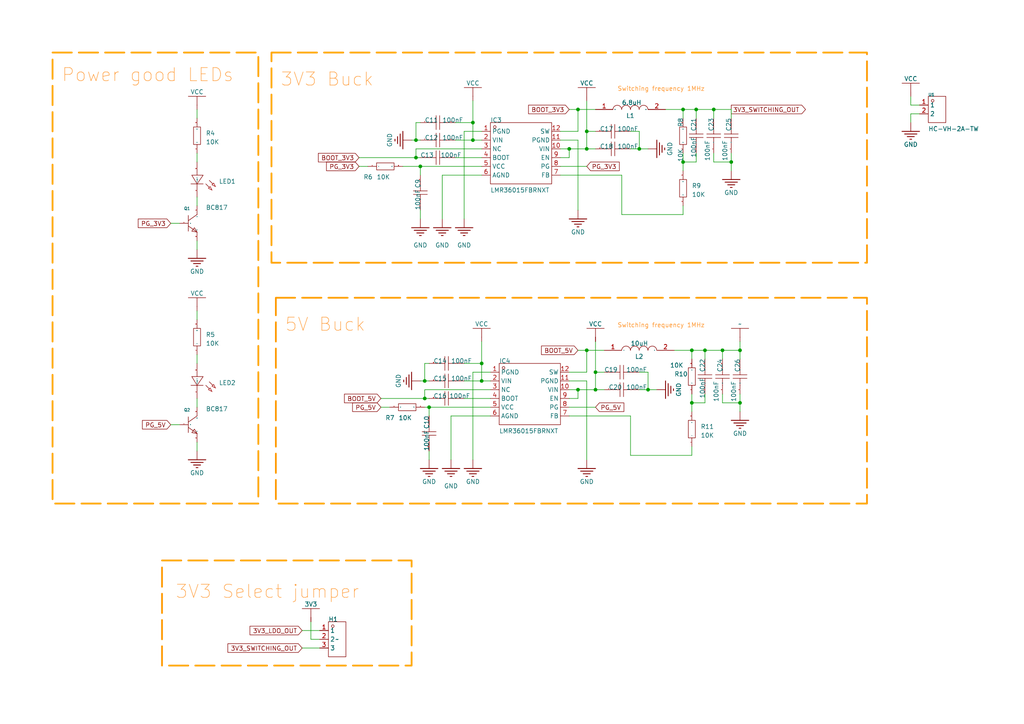
<source format=kicad_sch>
(kicad_sch (version 20231120) (generator "eeschema") (generator_version "8.0")
  (paper "A4")
  (lib_symbols
    (symbol "Ground-GND_1" (power) (pin_numbers hide) (pin_names hide)
      (property "Value" "GND" (at 0 -6.35 0))
      (symbol "Ground-GND_1_1_0"
        (polyline (pts (xy -2.54 -2.54) (xy 2.54 -2.54)) (stroke (width 0.254)))
        (polyline (pts (xy -1.778 -3.302) (xy 1.778 -3.302)) (stroke (width 0.254)))
        (polyline (pts (xy -1.016 -4.064) (xy 1.016 -4.064)) (stroke (width 0.254)))
        (polyline (pts (xy -0.254 -4.826) (xy 0.254 -4.826)) (stroke (width 0.254)))
        (pin power_in line (at 0 0 270) (length 2.54) (name "GND") (number "1"))
      )
    )
    (symbol "Ground-GND_2" (power) (pin_numbers hide) (pin_names hide)
      (property "Value" "GND" (at 0 -6.35 0))
      (symbol "Ground-GND_2_1_0"
        (polyline (pts (xy -2.54 -2.54) (xy 2.54 -2.54)) (stroke (width 0.254)))
        (polyline (pts (xy -1.778 -3.302) (xy 1.778 -3.302)) (stroke (width 0.254)))
        (polyline (pts (xy -1.016 -4.064) (xy 1.016 -4.064)) (stroke (width 0.254)))
        (polyline (pts (xy -0.254 -4.826) (xy 0.254 -4.826)) (stroke (width 0.254)))
        (pin power_in line (at 0 0 270) (length 2.54) (name "GND") (number "1"))
      )
    )
    (symbol "Ground-GND_3" (power) (pin_numbers hide) (pin_names hide)
      (property "Value" "GND" (at 0 -6.35 0))
      (symbol "Ground-GND_3_1_0"
        (polyline (pts (xy -2.54 -2.54) (xy 2.54 -2.54)) (stroke (width 0.254)))
        (polyline (pts (xy -1.778 -3.302) (xy 1.778 -3.302)) (stroke (width 0.254)))
        (polyline (pts (xy -1.016 -4.064) (xy 1.016 -4.064)) (stroke (width 0.254)))
        (polyline (pts (xy -0.254 -4.826) (xy 0.254 -4.826)) (stroke (width 0.254)))
        (pin power_in line (at 0 0 270) (length 2.54) (name "GND") (number "1"))
      )
    )
    (symbol "Ground-GND_4" (power) (pin_numbers hide) (pin_names hide)
      (property "Value" "GND" (at 0 -6.35 0))
      (symbol "Ground-GND_4_1_0"
        (polyline (pts (xy -2.54 -2.54) (xy 2.54 -2.54)) (stroke (width 0.254)))
        (polyline (pts (xy -1.778 -3.302) (xy 1.778 -3.302)) (stroke (width 0.254)))
        (polyline (pts (xy -1.016 -4.064) (xy 1.016 -4.064)) (stroke (width 0.254)))
        (polyline (pts (xy -0.254 -4.826) (xy 0.254 -4.826)) (stroke (width 0.254)))
        (pin power_in line (at 0 0 270) (length 2.54) (name "GND") (number "1"))
      )
    )
    (symbol "Power-VCC_1" (power) (pin_numbers hide) (pin_names hide)
      (property "Value" "VCC" (at 0 5.08 0))
      (symbol "Power-VCC_1_1_0"
        (polyline (pts (xy -2.54 3.81) (xy 2.54 3.81)))
        (polyline (pts (xy 0 3.81) (xy 0 1.27)))
        (pin power_in line (at 0 0 90) (length 1.27) (name "3V3") (number "1"))
      )
    )
    (symbol "Robot druh-easyedapro:BC817_C466643"
      (property "Reference" "Q" (at 0 0 0))
      (symbol "BC817_C466643_1_0"
        (polyline (pts (xy -2.54 -0.762) (xy 0 -2.54)))
        (polyline (pts (xy -2.54 2.286) (xy -2.54 -2.286)))
        (polyline (pts (xy 0 2.54) (xy -2.54 0.762)))
        (polyline (pts (xy 0 -2.54) (xy -0.762 -1.27) (xy -0.762 -1.27) (xy -1.524 -2.286) (xy -1.524 -2.286) (xy 0 -2.54)))
        (pin input line (at -5.08 0 0) (length 2.54) (name "B") (number "1"))
        (pin input line (at 0 -5.08 90) (length 2.54) (name "E") (number "2"))
        (pin input line (at 0 5.08 270) (length 2.54) (name "C") (number "3"))
      )
    )
    (symbol "Robot druh-easyedapro:CAP"
      (symbol "CAP_1_0"
        (polyline (pts (xy -2.54 0) (xy -0.508 0)))
        (polyline (pts (xy -0.508 -2.032) (xy -0.508 2.032)))
        (polyline (pts (xy 0.508 0) (xy 2.54 0)))
        (polyline (pts (xy 0.508 2.032) (xy 0.508 -2.032)))
        (pin input line (at 5.08 0 180) (length 2.54) (name "1") (number "1"))
        (pin input line (at -5.08 0 0) (length 2.54) (name "2") (number "2"))
      )
    )
    (symbol "Robot druh-easyedapro:Ground-GND" (power) (pin_numbers hide) (pin_names hide)
      (property "Value" "GND" (at 0 -6.35 0))
      (symbol "Ground-GND_1_0"
        (polyline (pts (xy -2.54 -2.54) (xy 2.54 -2.54)) (stroke (width 0.254)))
        (polyline (pts (xy -1.778 -3.302) (xy 1.778 -3.302)) (stroke (width 0.254)))
        (polyline (pts (xy -1.016 -4.064) (xy 1.016 -4.064)) (stroke (width 0.254)))
        (polyline (pts (xy -0.254 -4.826) (xy 0.254 -4.826)) (stroke (width 0.254)))
        (pin power_in line (at 0 0 270) (length 2.54) (name "") (number "1"))
      )
    )
    (symbol "Robot druh-easyedapro:HC-VH-2A-TW"
      (property "Reference" "U" (at 0 0 0))
      (symbol "HC-VH-2A-TW_1_0"
        (rectangle (start -2.54 -3.81) (end 2.54 3.81))
        (circle (center -1.27 2.54) (radius 0.381))
        (pin input line (at -5.08 1.27 0) (length 2.54) (name "1") (number "1"))
        (pin input line (at -5.08 -1.27 0) (length 2.54) (name "2") (number "2"))
      )
    )
    (symbol "Robot druh-easyedapro:IHLP2020BZER6R8M01_"
      (symbol "IHLP2020BZER6R8M01__1_0"
        (arc (start 7.5946 0) (mid 6.3246 1.2193) (end 5.0546 0))
        (arc (start 10.1346 0) (mid 8.8646 1.2193) (end 7.5946 0))
        (arc (start 12.6746 0) (mid 11.4045 1.2194) (end 10.1346 0))
        (arc (start 15.2146 0) (mid 13.9446 1.2193) (end 12.6746 0))
        (pin bidirectional line (at 0 0 0) (length 5.0546) (name "1") (number "1"))
        (pin bidirectional line (at 20.2946 0 180) (length 5.0546) (name "2") (number "2"))
      )
    )
    (symbol "Robot druh-easyedapro:LED_G"
      (symbol "LED_G_1_0"
        (polyline (pts (xy 0.254 3.556) (xy 1.27 4.572)))
        (polyline (pts (xy 1.27 -1.778) (xy 1.27 1.778)))
        (polyline (pts (xy 1.27 2.54) (xy 2.286 3.556)))
        (polyline (pts (xy -1.27 -1.524) (xy 1.27 0) (xy -1.27 1.778) (xy -1.27 -1.524)))
        (polyline (pts (xy 2.032 5.334) (xy 1.016 4.826) (xy 1.524 4.318) (xy 2.032 5.334)) (stroke (width 0) (color 160 0 0 1)))
        (polyline (pts (xy 3.048 4.318) (xy 2.032 3.81) (xy 2.54 3.302) (xy 3.048 4.318)) (stroke (width 0) (color 160 0 0 1)))
        (pin input line (at 5.08 0 180) (length 3.81) (name "C") (number "1"))
        (pin input line (at -5.08 0 0) (length 3.81) (name "A") (number "2"))
      )
    )
    (symbol "Robot druh-easyedapro:LMR36015FBRNXT"
      (property "Reference" "U" (at 0 0 0))
      (symbol "LMR36015FBRNXT_1_0"
        (rectangle (start -8.89 -8.89) (end 8.89 8.89))
        (circle (center -7.62 7.62) (radius 0.381))
        (pin unspecified line (at -11.43 6.35 0) (length 2.54) (name "PGND") (number "1"))
        (pin unspecified line (at 11.43 1.27 180) (length 2.54) (name "VIN") (number "10"))
        (pin unspecified line (at 11.43 3.81 180) (length 2.54) (name "PGND") (number "11"))
        (pin unspecified line (at 11.43 6.35 180) (length 2.54) (name "SW") (number "12"))
        (pin unspecified line (at -11.43 3.81 0) (length 2.54) (name "VIN") (number "2"))
        (pin unspecified line (at -11.43 1.27 0) (length 2.54) (name "NC") (number "3"))
        (pin unspecified line (at -11.43 -1.27 0) (length 2.54) (name "BOOT") (number "4"))
        (pin unspecified line (at -11.43 -3.81 0) (length 2.54) (name "VCC") (number "5"))
        (pin unspecified line (at -11.43 -6.35 0) (length 2.54) (name "AGND") (number "6"))
        (pin unspecified line (at 11.43 -6.35 180) (length 2.54) (name "FB") (number "7"))
        (pin unspecified line (at 11.43 -3.81 180) (length 2.54) (name "PG") (number "8"))
        (pin unspecified line (at 11.43 -1.27 180) (length 2.54) (name "EN") (number "9"))
      )
    )
    (symbol "Robot druh-easyedapro:PZ254V-11-03P_C2937625"
      (property "Reference" "H" (at 0 0 0))
      (symbol "PZ254V-11-03P_C2937625_1_0"
        (rectangle (start -2.54 -5.08) (end 2.54 5.08))
        (circle (center -1.27 3.81) (radius 0.381))
        (pin unspecified line (at -5.08 2.54 0) (length 2.54) (name "1") (number "1"))
        (pin unspecified line (at -5.08 0 0) (length 2.54) (name "2") (number "2"))
        (pin unspecified line (at -5.08 -2.54 0) (length 2.54) (name "3") (number "3"))
      )
    )
    (symbol "Robot druh-easyedapro:Power-5V" (power) (pin_numbers hide) (pin_names hide)
      (symbol "Power-5V_1_0"
        (polyline (pts (xy -2.54 3.81) (xy 2.54 3.81)))
        (polyline (pts (xy 0 3.81) (xy 0 1.27)))
        (pin power_in line (at 0 0 90) (length 1.27) (name "") (number "1"))
      )
    )
    (symbol "Robot druh-easyedapro:Power-VCC" (power) (pin_numbers hide) (pin_names hide)
      (property "Value" "VCC" (at 0 5.08 0))
      (symbol "Power-VCC_1_0"
        (polyline (pts (xy -2.54 3.81) (xy 2.54 3.81)))
        (polyline (pts (xy 0 3.81) (xy 0 1.27)))
        (pin power_in line (at 0 0 90) (length 1.27) (name "") (number "1"))
      )
    )
    (symbol "Robot druh-easyedapro:Res"
      (symbol "Res_1_0"
        (rectangle (start -2.54 1.016) (end 2.54 -1.016))
        (pin input line (at -5.08 0 0) (length 2.54) (name "1") (number "1"))
        (pin input line (at 5.08 0 180) (length 2.54) (name "2") (number "2"))
      )
    )
    (symbol "Robot druh-easyedapro:XAL7030-103MEC_"
      (symbol "XAL7030-103MEC__1_0"
        (arc (start 7.5946 0) (mid 6.3246 1.2193) (end 5.0546 0))
        (arc (start 10.1346 0) (mid 8.8646 1.2193) (end 7.5946 0))
        (arc (start 12.6746 0) (mid 11.4045 1.2194) (end 10.1346 0))
        (arc (start 15.2146 0) (mid 13.9446 1.2193) (end 12.6746 0))
        (pin bidirectional line (at 0 0 0) (length 5.0546) (name "1") (number "1"))
        (pin bidirectional line (at 20.2946 0 180) (length 5.0546) (name "2") (number "2"))
      )
    )
  )
  (junction (at 165.1 43.18))
  (junction (at 137.16 40.64))
  (junction (at 200.66 101.6))
  (junction (at 139.7 105.41))
  (junction (at 187.96 113.03))
  (junction (at 167.64 113.03))
  (junction (at 170.18 38.1))
  (junction (at 172.72 113.03))
  (junction (at 123.19 110.49))
  (junction (at 200.66 116.84))
  (junction (at 170.18 43.18))
  (junction (at 121.92 48.26))
  (junction (at 123.19 115.57))
  (junction (at 137.16 35.56))
  (junction (at 120.65 45.72))
  (junction (at 198.12 31.75))
  (junction (at 201.93 31.75))
  (junction (at 170.18 101.6))
  (junction (at 204.47 101.6))
  (junction (at 185.42 43.18))
  (junction (at 214.63 116.84))
  (junction (at 172.72 107.95))
  (junction (at 167.64 31.75))
  (junction (at 209.55 101.6))
  (junction (at 139.7 110.49))
  (junction (at 198.12 46.99))
  (junction (at 207.01 31.75))
  (junction (at 212.09 46.99))
  (junction (at 214.63 101.6))
  (junction (at 120.65 40.64))
  (junction (at 124.46 118.11))
  (wire (pts (xy 90.17 180.34) (xy 90.17 185.42)))
  (wire (pts (xy 123.19 105.41) (xy 123.19 110.49)))
  (wire (pts (xy 266.7 33.02) (xy 264.16 33.02)))
  (wire (pts (xy 165.1 43.18) (xy 165.1 45.72)))
  (wire (pts (xy 204.47 104.14) (xy 204.47 101.6)))
  (wire (pts (xy 170.18 38.1) (xy 170.18 29.21)))
  (wire (pts (xy 200.66 119.38) (xy 200.66 116.84)))
  (wire (pts (xy 170.18 101.6) (xy 175.26 101.6)))
  (wire (pts (xy 172.72 107.95) (xy 172.72 113.03)))
  (wire (pts (xy 167.64 113.03) (xy 172.72 113.03)))
  (wire (pts (xy 124.46 118.11) (xy 124.46 120.65)))
  (wire (pts (xy 130.81 120.65) (xy 130.81 133.35)))
  (wire (pts (xy 123.19 110.49) (xy 124.46 110.49)))
  (wire (pts (xy 204.47 116.84) (xy 204.47 114.3)))
  (wire (pts (xy 57.15 72.39) (xy 57.15 69.85)))
  (wire (pts (xy 49.53 123.19) (xy 52.07 123.19)))
  (wire (pts (xy 57.15 44.45) (xy 57.15 46.99)))
  (wire (pts (xy 167.64 31.75) (xy 165.1 31.75)))
  (wire (pts (xy 185.42 38.1) (xy 185.42 43.18)))
  (wire (pts (xy 200.66 114.3) (xy 200.66 116.84)))
  (wire (pts (xy 162.56 43.18) (xy 165.1 43.18)))
  (wire (pts (xy 201.93 31.75) (xy 207.01 31.75)))
  (wire (pts (xy 162.56 40.64) (xy 167.64 40.64)))
  (wire (pts (xy 167.64 31.75) (xy 167.64 38.1)))
  (wire (pts (xy 120.65 43.18) (xy 139.7 43.18)))
  (wire (pts (xy 120.65 45.72) (xy 121.92 45.72)))
  (wire (pts (xy 180.34 50.8) (xy 180.34 62.23)))
  (wire (pts (xy 139.7 105.41) (xy 139.7 110.49)))
  (wire (pts (xy 110.49 118.11) (xy 113.03 118.11)))
  (wire (pts (xy 123.19 115.57) (xy 124.46 115.57)))
  (wire (pts (xy 134.62 115.57) (xy 142.24 115.57)))
  (wire (pts (xy 121.92 48.26) (xy 139.7 48.26)))
  (wire (pts (xy 92.71 187.96) (xy 87.63 187.96)))
  (wire (pts (xy 200.66 104.14) (xy 200.66 101.6)))
  (wire (pts (xy 209.55 114.3) (xy 209.55 116.84)))
  (wire (pts (xy 123.19 115.57) (xy 123.19 113.03)))
  (wire (pts (xy 214.63 116.84) (xy 214.63 114.3)))
  (wire (pts (xy 170.18 110.49) (xy 165.1 110.49)))
  (wire (pts (xy 187.96 113.03) (xy 190.5 113.03)))
  (wire (pts (xy 207.01 34.29) (xy 207.01 31.75)))
  (wire (pts (xy 134.62 38.1) (xy 139.7 38.1)))
  (wire (pts (xy 200.66 132.08) (xy 200.66 129.54)))
  (wire (pts (xy 165.1 43.18) (xy 170.18 43.18)))
  (wire (pts (xy 124.46 130.81) (xy 124.46 133.35)))
  (wire (pts (xy 187.96 107.95) (xy 185.42 107.95)))
  (wire (pts (xy 90.17 185.42) (xy 92.71 185.42)))
  (wire (pts (xy 201.93 46.99) (xy 201.93 44.45)))
  (wire (pts (xy 198.12 59.69) (xy 198.12 62.23)))
  (wire (pts (xy 167.64 101.6) (xy 170.18 101.6)))
  (wire (pts (xy 142.24 107.95) (xy 137.16 107.95)))
  (wire (pts (xy 198.12 34.29) (xy 198.12 31.75)))
  (wire (pts (xy 120.65 35.56) (xy 121.92 35.56)))
  (wire (pts (xy 121.92 50.8) (xy 121.92 48.26)))
  (wire (pts (xy 124.46 118.11) (xy 123.19 118.11)))
  (wire (pts (xy 57.15 118.11) (xy 57.15 115.57)))
  (wire (pts (xy 170.18 38.1) (xy 172.72 38.1)))
  (wire (pts (xy 200.66 116.84) (xy 204.47 116.84)))
  (wire (pts (xy 165.1 45.72) (xy 162.56 45.72)))
  (wire (pts (xy 167.64 60.96) (xy 167.64 40.64)))
  (wire (pts (xy 132.08 35.56) (xy 137.16 35.56)))
  (wire (pts (xy 165.1 120.65) (xy 182.88 120.65)))
  (wire (pts (xy 175.26 113.03) (xy 172.72 113.03)))
  (wire (pts (xy 52.07 64.77) (xy 49.53 64.77)))
  (wire (pts (xy 162.56 48.26) (xy 170.18 48.26)))
  (wire (pts (xy 200.66 101.6) (xy 204.47 101.6)))
  (wire (pts (xy 120.65 40.64) (xy 120.65 35.56)))
  (wire (pts (xy 180.34 50.8) (xy 162.56 50.8)))
  (wire (pts (xy 132.08 40.64) (xy 137.16 40.64)))
  (wire (pts (xy 214.63 119.38) (xy 214.63 116.84)))
  (wire (pts (xy 128.27 50.8) (xy 139.7 50.8)))
  (wire (pts (xy 137.16 40.64) (xy 139.7 40.64)))
  (wire (pts (xy 170.18 101.6) (xy 170.18 107.95)))
  (wire (pts (xy 198.12 49.53) (xy 198.12 46.99)))
  (wire (pts (xy 142.24 118.11) (xy 124.46 118.11)))
  (wire (pts (xy 212.09 46.99) (xy 207.01 46.99)))
  (wire (pts (xy 165.1 107.95) (xy 170.18 107.95)))
  (wire (pts (xy 167.64 31.75) (xy 172.72 31.75)))
  (wire (pts (xy 92.71 182.88) (xy 87.63 182.88)))
  (wire (pts (xy 57.15 59.69) (xy 57.15 57.15)))
  (wire (pts (xy 182.88 43.18) (xy 185.42 43.18)))
  (wire (pts (xy 209.55 104.14) (xy 209.55 101.6)))
  (wire (pts (xy 104.14 45.72) (xy 120.65 45.72)))
  (wire (pts (xy 134.62 38.1) (xy 134.62 63.5)))
  (wire (pts (xy 165.1 118.11) (xy 172.72 118.11)))
  (wire (pts (xy 116.84 48.26) (xy 121.92 48.26)))
  (wire (pts (xy 214.63 104.14) (xy 214.63 101.6)))
  (wire (pts (xy 123.19 113.03) (xy 142.24 113.03)))
  (wire (pts (xy 170.18 110.49) (xy 170.18 133.35)))
  (wire (pts (xy 165.1 113.03) (xy 167.64 113.03)))
  (wire (pts (xy 124.46 105.41) (xy 123.19 105.41)))
  (wire (pts (xy 137.16 107.95) (xy 137.16 133.35)))
  (wire (pts (xy 139.7 110.49) (xy 142.24 110.49)))
  (wire (pts (xy 209.55 101.6) (xy 214.63 101.6)))
  (wire (pts (xy 212.09 34.29) (xy 212.09 31.75)))
  (wire (pts (xy 170.18 43.18) (xy 170.18 38.1)))
  (wire (pts (xy 172.72 107.95) (xy 172.72 99.06)))
  (wire (pts (xy 57.15 34.29) (xy 57.15 31.75)))
  (wire (pts (xy 207.01 31.75) (xy 212.09 31.75)))
  (wire (pts (xy 167.64 115.57) (xy 165.1 115.57)))
  (wire (pts (xy 120.65 40.64) (xy 121.92 40.64)))
  (wire (pts (xy 204.47 101.6) (xy 209.55 101.6)))
  (wire (pts (xy 182.88 38.1) (xy 185.42 38.1)))
  (wire (pts (xy 193.04 31.75) (xy 198.12 31.75)))
  (wire (pts (xy 180.34 62.23) (xy 198.12 62.23)))
  (wire (pts (xy 134.62 105.41) (xy 139.7 105.41)))
  (wire (pts (xy 170.18 43.18) (xy 172.72 43.18)))
  (wire (pts (xy 57.15 130.81) (xy 57.15 128.27)))
  (wire (pts (xy 57.15 92.71) (xy 57.15 90.17)))
  (wire (pts (xy 137.16 35.56) (xy 137.16 40.64)))
  (wire (pts (xy 167.64 113.03) (xy 167.64 115.57)))
  (wire (pts (xy 167.64 38.1) (xy 162.56 38.1)))
  (wire (pts (xy 187.96 113.03) (xy 187.96 107.95)))
  (wire (pts (xy 134.62 110.49) (xy 139.7 110.49)))
  (wire (pts (xy 137.16 29.21) (xy 137.16 35.56)))
  (wire (pts (xy 214.63 101.6) (xy 214.63 99.06)))
  (wire (pts (xy 139.7 99.06) (xy 139.7 105.41)))
  (wire (pts (xy 182.88 120.65) (xy 182.88 132.08)))
  (wire (pts (xy 130.81 120.65) (xy 142.24 120.65)))
  (wire (pts (xy 110.49 115.57) (xy 123.19 115.57)))
  (wire (pts (xy 120.65 45.72) (xy 120.65 43.18)))
  (wire (pts (xy 182.88 132.08) (xy 200.66 132.08)))
  (wire (pts (xy 104.14 48.26) (xy 106.68 48.26)))
  (wire (pts (xy 121.92 60.96) (xy 121.92 63.5)))
  (wire (pts (xy 195.58 101.6) (xy 200.66 101.6)))
  (wire (pts (xy 128.27 50.8) (xy 128.27 63.5)))
  (wire (pts (xy 212.09 44.45) (xy 212.09 46.99)))
  (wire (pts (xy 212.09 49.53) (xy 212.09 46.99)))
  (wire (pts (xy 175.26 107.95) (xy 172.72 107.95)))
  (wire (pts (xy 266.7 30.48) (xy 264.16 30.48)))
  (wire (pts (xy 119.38 40.64) (xy 120.65 40.64)))
  (wire (pts (xy 187.96 43.18) (xy 185.42 43.18)))
  (wire (pts (xy 57.15 105.41) (xy 57.15 102.87)))
  (wire (pts (xy 207.01 46.99) (xy 207.01 44.45)))
  (wire (pts (xy 198.12 46.99) (xy 198.12 44.45)))
  (wire (pts (xy 185.42 113.03) (xy 187.96 113.03)))
  (wire (pts (xy 201.93 34.29) (xy 201.93 31.75)))
  (wire (pts (xy 132.08 45.72) (xy 139.7 45.72)))
  (wire (pts (xy 264.16 33.02) (xy 264.16 35.56)))
  (wire (pts (xy 264.16 30.48) (xy 264.16 27.94)))
  (wire (pts (xy 198.12 31.75) (xy 201.93 31.75)))
  (wire (pts (xy 209.55 116.84) (xy 214.63 116.84)))
  (wire (pts (xy 198.12 46.99) (xy 201.93 46.99)))
  (wire (pts (xy 123.19 110.49) (xy 121.92 110.49)))
  (rectangle (start 15.24 15.24) (end 74.93 146.05) (stroke (width 0.508) (type dash) (color 255 153 0 1)))
  (rectangle (start 78.74 15.24) (end 251.46 76.2) (stroke (width 0.508) (type dash) (color 255 153 0 1)))
  (rectangle (start 46.99 162.56) (end 119.38 193.04) (stroke (width 0.508) (type dash) (color 255 153 0 1)))
  (rectangle (start 80.01 86.36) (end 251.46 146.05) (stroke (width 0.508) (type dash) (color 255 153 0 1)))
  (text "3V3 Select jumper" (at 50.8 173.99 0) (effects (font (size 3.81 3.81)) (justify left bottom)))
  (text "3V3 Buck" (at 81.28 25.4 0) (effects (font (size 3.81 3.81)) (justify left bottom)))
  (text "Switching frequency 1MHz" (at 179.07 95.25 0) (effects (font (size 1.27 1.27)) (justify left bottom)))
  (text "5V Buck" (at 82.55 96.52 0) (effects (font (size 3.81 3.81)) (justify left bottom)))
  (text "Switching frequency 1MHz" (at 179.07 26.67 0) (effects (font (size 1.27 1.27)) (justify left bottom)))
  (text "Power good LEDs" (at 17.78 24.13 0) (effects (font (size 3.81 3.81)) (justify left bottom)))
  (global_label "3V3_SWITCHING_OUT" (shape input) (at 87.63 187.96 180) (property "Intersheetrefs" "${INTERSHEET_REFS}" (effects (hide yes))))
  (global_label "BOOT_3V3" (shape input) (at 104.14 45.72 180) (property "Intersheetrefs" "${INTERSHEET_REFS}" (effects (hide yes))))
  (global_label "PG_3V3" (shape input) (at 170.18 48.26 0) (property "Intersheetrefs" "${INTERSHEET_REFS}" (effects (hide yes))))
  (global_label "3V3_SWITCHING_OUT" (shape output) (at 212.09 31.75 0) (property "Intersheetrefs" "${INTERSHEET_REFS}" (effects (hide yes))))
  (global_label "PG_3V3" (shape input) (at 104.14 48.26 180) (property "Intersheetrefs" "${INTERSHEET_REFS}" (effects (hide yes))))
  (global_label "PG_5V" (shape input) (at 172.72 118.11 0) (property "Intersheetrefs" "${INTERSHEET_REFS}" (effects (hide yes))))
  (global_label "BOOT_5V" (shape input) (at 167.64 101.6 180) (property "Intersheetrefs" "${INTERSHEET_REFS}" (effects (hide yes))))
  (global_label "BOOT_5V" (shape input) (at 110.49 115.57 180) (property "Intersheetrefs" "${INTERSHEET_REFS}" (effects (hide yes))))
  (global_label "BOOT_3V3" (shape input) (at 165.1 31.75 180) (property "Intersheetrefs" "${INTERSHEET_REFS}" (effects (hide yes))))
  (global_label "PG_5V" (shape input) (at 110.49 118.11 180) (property "Intersheetrefs" "${INTERSHEET_REFS}" (effects (hide yes))))
  (global_label "PG_5V" (shape input) (at 49.53 123.19 180) (property "Intersheetrefs" "${INTERSHEET_REFS}" (effects (hide yes))))
  (global_label "3V3_LDO_OUT" (shape input) (at 87.63 182.88 180) (property "Intersheetrefs" "${INTERSHEET_REFS}" (effects (hide yes))))
  (global_label "PG_3V3" (shape input) (at 49.53 64.77 180) (property "Intersheetrefs" "${INTERSHEET_REFS}" (effects (hide yes))))
  (symbol (lib_id "Robot druh-easyedapro:CAP") (at 129.54 115.57 0) (unit 1)
    (property "Reference" "C16" (at 125.73 115.57 0) (effects (justify left bottom)))
    (property "Value" "100nF" (at 130.302 115.57 0) (effects (justify left bottom)))
    (property "Footprint" "Capacitor_SMD:C_0603_1608Metric" (effects (hide yes)))
  )
  (symbol (lib_id "Robot druh-easyedapro:Res") (at 200.66 109.22 90) (unit 1)
    (property "Reference" "R10" (at 195.58 109.22 90) (effects (justify right top)))
    (property "Value" "10K" (at 194.31 106.68 90) (effects (justify right top)))
    (property "Footprint" "Resistor_SMD:R_0603_1608Metric" (effects (hide yes)))
  )
  (symbol (lib_id "Robot druh-easyedapro:Ground-GND") (at 190.5 113.03 90) (unit 1)
    (property "Reference" "#PWR039" (effects (hide yes)))
    (property "Value" "GND" (at 196.85 113.03 0))
    (property "Footprint" "Robot druh-easyedapro:" (effects (hide yes)))
  )
  (symbol (lib_id "Robot druh-easyedapro:Res") (at 111.76 48.26 0) (unit 1)
    (property "Reference" "R6" (at 105.41 52.07 0) (effects (justify left bottom)))
    (property "Value" "10K" (at 109.22 52.07 0) (effects (justify left bottom)))
    (property "Footprint" "Resistor_SMD:R_0603_1608Metric" (effects (hide yes)))
  )
  (symbol (lib_name "Ground-GND_2") (lib_id "Robot druh-easyedapro:Ground-GND") (at 134.62 63.5 0) (unit 1)
    (property "Reference" "#PWR030" (effects (hide yes)))
    (property "Value" "GND" (at 134.62 71.12 0))
    (property "Footprint" "Robot druh-easyedapro:" (effects (hide yes)))
  )
  (symbol (lib_id "Robot druh-easyedapro:CAP") (at 207.01 39.37 90) (unit 1)
    (property "Reference" "C23" (at 207.01 38.1 0) (effects (justify left bottom)))
    (property "Value" "100nF" (at 204.47 40.64 0) (effects (justify right top)))
    (property "Footprint" "Capacitor_SMD:C_0603_1608Metric" (effects (hide yes)))
  )
  (symbol (lib_id "Robot druh-easyedapro:CAP") (at 214.63 109.22 90) (unit 1)
    (property "Reference" "C26" (at 214.63 107.95 0) (effects (justify left bottom)))
    (property "Value" "100nF" (at 212.09 110.49 0) (effects (justify right top)))
    (property "Footprint" "Capacitor_SMD:C_0603_1608Metric" (effects (hide yes)))
  )
  (symbol (lib_id "Robot druh-easyedapro:Ground-GND") (at 119.38 40.64 270) (unit 1)
    (property "Reference" "#PWR024" (effects (hide yes)))
    (property "Value" "GND" (at 113.03 40.64 0))
    (property "Footprint" "Robot druh-easyedapro:" (effects (hide yes)))
  )
  (symbol (lib_id "Robot druh-easyedapro:Res") (at 198.12 54.61 90) (unit 1)
    (property "Reference" "R9" (at 200.66 54.61 90) (effects (justify right top)))
    (property "Value" "10K" (at 200.66 57.15 90) (effects (justify right top)))
    (property "Footprint" "Resistor_SMD:R_0603_1608Metric" (effects (hide yes)))
  )
  (symbol (lib_id "Robot druh-easyedapro:CAP") (at 212.09 39.37 90) (unit 1)
    (property "Reference" "C25" (at 212.09 38.1 0) (effects (justify left bottom)))
    (property "Value" "100nF" (at 209.55 40.64 0) (effects (justify right top)))
    (property "Footprint" "Capacitor_SMD:C_0603_1608Metric" (effects (hide yes)))
  )
  (symbol (lib_id "Robot druh-easyedapro:Power-VCC") (at 170.18 29.21 0) (unit 1)
    (property "Reference" "#PWR035" (effects (hide yes)))
    (property "Value" "VCC" (at 170.18 24.13 0))
    (property "Footprint" "Robot druh-easyedapro:" (effects (hide yes)))
  )
  (symbol (lib_id "Robot druh-easyedapro:Power-VCC") (at 264.16 27.94 0) (unit 1)
    (property "Reference" "#PWR043" (effects (hide yes)))
    (property "Value" "VCC" (at 264.16 22.86 0))
    (property "Footprint" "Robot druh-easyedapro:" (effects (hide yes)))
  )
  (symbol (lib_id "Robot druh-easyedapro:Power-5V") (at 214.63 99.06 0) (unit 1)
    (property "Reference" "#PWR041" (effects (hide yes)))
    (property "Value" "~" (at 214.63 93.98 0))
    (property "Footprint" "Robot druh-easyedapro:" (effects (hide yes)))
    (property "Description" "Power-5V" (effects (hide yes)))
  )
  (symbol (lib_id "Robot druh-easyedapro:Ground-GND") (at 121.92 110.49 270) (unit 1)
    (property "Reference" "#PWR026" (effects (hide yes)))
    (property "Value" "GND" (at 115.57 110.49 0))
    (property "Footprint" "Robot druh-easyedapro:" (effects (hide yes)))
  )
  (symbol (lib_id "Robot druh-easyedapro:CAP") (at 201.93 39.37 90) (unit 1)
    (property "Reference" "C21" (at 201.93 38.1 0) (effects (justify left bottom)))
    (property "Value" "100nF" (at 201.93 45.72 0) (effects (justify left bottom)))
    (property "Footprint" "Capacitor_SMD:C_0603_1608Metric" (effects (hide yes)))
  )
  (symbol (lib_id "Robot druh-easyedapro:Ground-GND") (at 137.16 133.35 0) (unit 1)
    (property "Reference" "#PWR032" (effects (hide yes)))
    (property "Value" "GND" (at 137.16 139.7 0))
    (property "Footprint" "Robot druh-easyedapro:" (effects (hide yes)))
  )
  (symbol (lib_id "Robot druh-easyedapro:LED_G") (at 57.15 110.49 270) (unit 1)
    (property "Reference" "LED2" (at 63.5 111.76 90) (effects (justify left bottom)))
    (property "Value" "~" (at 57.15 110.49 0))
    (property "Footprint" "easyEDA_footprints:LED0603-RD_GREEN" (effects (hide yes)))
  )
  (symbol (lib_id "Robot druh-easyedapro:Power-VCC") (at 137.16 29.21 0) (unit 1)
    (property "Reference" "#PWR031" (effects (hide yes)))
    (property "Value" "VCC" (at 137.16 24.13 0))
    (property "Footprint" "Robot druh-easyedapro:" (effects (hide yes)))
  )
  (symbol (lib_id "Robot druh-easyedapro:Res") (at 57.15 97.79 90) (unit 1)
    (property "Reference" "R5" (at 59.69 97.79 90) (effects (justify right top)))
    (property "Value" "10K" (at 59.69 100.33 90) (effects (justify right top)))
    (property "Footprint" "Resistor_SMD:R_0603_1608Metric" (effects (hide yes)))
  )
  (symbol (lib_id "Robot druh-easyedapro:LMR36015FBRNXT") (at 153.67 114.3 0) (unit 1)
    (property "Reference" "IC4" (at 144.78 105.41 0) (effects (justify left bottom)))
    (property "Value" "LMR36015FBRNXT" (at 144.78 125.73 0) (effects (justify left bottom)))
    (property "Footprint" "easyEDA_footprints:VQFN-12_L3.0-W2.0-P0.65-BL_TI_RNX" (effects (hide yes)))
    (property "Datasheet" "https://www.ti.com/cn/lit/gpn/lmr36015" (effects (hide yes)))
    (property "Manufacturer Part" "LMR36015FBRNXT" (effects (hide yes)))
    (property "Manufacturer" "TI(德州仪器)" (effects (hide yes)))
    (property "Supplier Part" "C2867810" (effects (hide yes)))
    (property "Supplier" "LCSC" (effects (hide yes)))
    (property "LCSC Part Name" "LMR36015FBRNXT" (effects (hide yes)))
  )
  (symbol (lib_id "Robot druh-easyedapro:Ground-GND") (at 170.18 133.35 0) (unit 1)
    (property "Reference" "#PWR036" (effects (hide yes)))
    (property "Value" "GND" (at 170.18 139.7 0))
    (property "Footprint" "Robot druh-easyedapro:" (effects (hide yes)))
  )
  (symbol (lib_id "Robot druh-easyedapro:Res") (at 198.12 39.37 90) (unit 1)
    (property "Reference" "R8" (at 198.12 36.83 0) (effects (justify left bottom)))
    (property "Value" "10K" (at 198.12 46.99 0) (effects (justify left bottom)))
    (property "Footprint" "Resistor_SMD:R_0603_1608Metric" (effects (hide yes)))
  )
  (symbol (lib_id "Robot druh-easyedapro:Power-VCC") (at 57.15 90.17 0) (unit 1)
    (property "Reference" "#PWR021" (effects (hide yes)))
    (property "Value" "VCC" (at 57.15 85.09 0))
    (property "Footprint" "Robot druh-easyedapro:" (effects (hide yes)))
  )
  (symbol (lib_id "Robot druh-easyedapro:CAP") (at 129.54 105.41 0) (unit 1)
    (property "Reference" "C14" (at 125.73 105.41 0) (effects (justify left bottom)))
    (property "Value" "100nF" (at 130.81 105.41 0) (effects (justify left bottom)))
    (property "Footprint" "Capacitor_SMD:C_0603_1608Metric" (effects (hide yes)))
  )
  (symbol (lib_id "Robot druh-easyedapro:CAP") (at 127 45.72 0) (unit 1)
    (property "Reference" "C13" (at 121.92 45.72 0) (effects (justify left bottom)))
    (property "Value" "100nF" (at 127.762 45.72 0) (effects (justify left bottom)))
    (property "Footprint" "Capacitor_SMD:C_0603_1608Metric" (effects (hide yes)))
  )
  (symbol (lib_id "Robot druh-easyedapro:Ground-GND") (at 264.16 35.56 0) (unit 1)
    (property "Reference" "#PWR044" (effects (hide yes)))
    (property "Value" "GND" (at 264.16 41.91 0))
    (property "Footprint" "Robot druh-easyedapro:" (effects (hide yes)))
  )
  (symbol (lib_id "Robot druh-easyedapro:HC-VH-2A-TW") (at 271.78 31.75 0) (unit 1)
    (property "Reference" "U1" (at 269.24 27.94 0) (effects (font (size 0.8382 0.8382)) (justify left bottom)))
    (property "Value" "HC-VH-2A-TW" (at 269.24 38.1 0) (effects (justify left bottom)))
    (property "Footprint" "easyEDA_footprints:CONN-TH_2P-P3.96_HC-VH-2A-TW" (effects (hide yes)))
    (property "Datasheet" "https://atta.szlcsc.com/upload/public/pdf/source/20231201/0B53AF99B5A9DF36C6904573D0FFA4CD.pdf" (effects (hide yes)))
    (property "Description" "Pins Structure:1x2P Pitch:3.96mm Mounting Style:Straight Reference Series:VH Number of Pins:2P Number of Rows:1 Number of PINs Per Row:2 Current Rating (Max):7A Contact Material:Brass Contact Plating:Tin Operating Temperature Range:-25°C~+85°C Operating Tem" (effects (hide yes)))
    (property "Manufacturer Part" "HC-VH-2A-TW" (effects (hide yes)))
    (property "Manufacturer" "HC(虹成电子)" (effects (hide yes)))
    (property "Supplier Part" "C19273812" (effects (hide yes)))
    (property "Supplier" "LCSC" (effects (hide yes)))
    (property "LCSC Part Name" "1x2P 间距:3.96mm 直插 系列:VH" (effects (hide yes)))
  )
  (symbol (lib_name "Ground-GND_1") (lib_id "Robot druh-easyedapro:Ground-GND") (at 121.92 63.5 0) (unit 1)
    (property "Reference" "#PWR025" (effects (hide yes)))
    (property "Value" "GND" (at 121.92 71.12 0))
    (property "Footprint" "Robot druh-easyedapro:" (effects (hide yes)))
  )
  (symbol (lib_id "Robot druh-easyedapro:Ground-GND") (at 214.63 119.38 0) (unit 1)
    (property "Reference" "#PWR042" (effects (hide yes)))
    (property "Value" "GND" (at 214.63 125.73 0))
    (property "Footprint" "Robot druh-easyedapro:" (effects (hide yes)))
  )
  (symbol (lib_id "Robot druh-easyedapro:CAP") (at 129.54 110.49 0) (unit 1)
    (property "Reference" "C15" (at 125.73 110.49 0) (effects (justify left bottom)))
    (property "Value" "100nF" (at 130.81 110.49 0) (effects (justify left bottom)))
    (property "Footprint" "Capacitor_SMD:C_0603_1608Metric" (effects (hide yes)))
  )
  (symbol (lib_id "Robot druh-easyedapro:BC817_C466643") (at 57.15 64.77 0) (unit 1)
    (property "Reference" "Q1" (at 53.34 60.96 0) (effects (font (size 0.8382 0.8382)) (justify left bottom)))
    (property "Value" "BC817" (at 59.69 60.9092 0) (effects (justify left bottom)))
    (property "Footprint" "easyEDA_footprints:SOT-23-3_L2.9-W1.4-P1.91-LS2.6-BR" (effects (hide yes)))
    (property "Datasheet" "https://atta.szlcsc.com/upload/public/pdf/source/20191203/C466643_48783E87EF98B3225D10B7DDEC5B406B.pdf" (effects (hide yes)))
    (property "Description" "Transistor Type: Collector Current (Ic): Collector-Emitter Breakdown Voltage (Vceo): Power Dissipation (Pd): Transition Frequency (fT):100MHz Collector Cut-Off Current (Icbo):100nA Collector-Emitter Saturation Voltage (VCE(sat)@Ic,Ib):700mV@500mA,50mA Ope" (effects (hide yes)))
    (property "Manufacturer Part" "BC817" (effects (hide yes)))
    (property "Manufacturer" "High Diode(海德)" (effects (hide yes)))
    (property "Supplier Part" "C466643" (effects (hide yes)))
    (property "Supplier" "LCSC" (effects (hide yes)))
    (property "LCSC Part Name" "NPN 电流:500mA 耐压:45V" (effects (hide yes)))
  )
  (symbol (lib_id "Robot druh-easyedapro:CAP") (at 177.8 38.1 0) (unit 1)
    (property "Reference" "C17" (at 173.99 38.1 0) (effects (justify left bottom)))
    (property "Value" "100nF" (at 179.07 38.1 0) (effects (justify left bottom)))
    (property "Footprint" "Capacitor_SMD:C_0603_1608Metric" (effects (hide yes)))
  )
  (symbol (lib_id "Robot druh-easyedapro:LMR36015FBRNXT") (at 151.13 44.45 0) (unit 1)
    (property "Reference" "IC3" (at 142.24 35.56 0) (effects (justify left bottom)))
    (property "Value" "LMR36015FBRNXT" (at 142.24 55.88 0) (effects (justify left bottom)))
    (property "Footprint" "easyEDA_footprints:VQFN-12_L3.0-W2.0-P0.65-BL_TI_RNX" (effects (hide yes)))
    (property "Datasheet" "https://www.ti.com/cn/lit/gpn/lmr36015" (effects (hide yes)))
    (property "Manufacturer Part" "LMR36015FBRNXT" (effects (hide yes)))
    (property "Manufacturer" "TI(德州仪器)" (effects (hide yes)))
    (property "Supplier Part" "C2867810" (effects (hide yes)))
    (property "Supplier" "LCSC" (effects (hide yes)))
    (property "LCSC Part Name" "LMR36015FBRNXT" (effects (hide yes)))
  )
  (symbol (lib_id "Robot druh-easyedapro:Res") (at 200.66 124.46 90) (unit 1)
    (property "Reference" "R11" (at 203.2 124.46 90) (effects (justify right top)))
    (property "Value" "10K" (at 203.2 127 90) (effects (justify right top)))
    (property "Footprint" "Resistor_SMD:R_0603_1608Metric" (effects (hide yes)))
  )
  (symbol (lib_id "Robot druh-easyedapro:Ground-GND") (at 212.09 49.53 0) (unit 1)
    (property "Reference" "#PWR040" (effects (hide yes)))
    (property "Value" "GND" (at 212.09 55.88 0))
    (property "Footprint" "Robot druh-easyedapro:" (effects (hide yes)))
  )
  (symbol (lib_id "Robot druh-easyedapro:Power-VCC") (at 172.72 99.06 0) (unit 1)
    (property "Reference" "#PWR037" (effects (hide yes)))
    (property "Value" "VCC" (at 172.72 93.98 0))
    (property "Footprint" "Robot druh-easyedapro:" (effects (hide yes)))
  )
  (symbol (lib_name "Ground-GND_4") (lib_id "Robot druh-easyedapro:Ground-GND") (at 130.81 133.35 0) (unit 1)
    (property "Reference" "#PWR029" (effects (hide yes)))
    (property "Value" "GND" (at 130.81 140.97 0))
    (property "Footprint" "Robot druh-easyedapro:" (effects (hide yes)))
  )
  (symbol (lib_name "Power-VCC_1") (lib_id "Robot druh-easyedapro:Power-VCC") (at 90.17 180.34 0) (unit 1)
    (property "Reference" "#PWR023" (effects (hide yes)))
    (property "Value" "3V3" (at 90.17 175.26 0))
    (property "Footprint" "Robot druh-easyedapro:" (effects (hide yes)))
  )
  (symbol (lib_id "Robot druh-easyedapro:CAP") (at 180.34 107.95 0) (unit 1)
    (property "Reference" "C19" (at 175.26 107.95 0) (effects (justify left bottom)))
    (property "Value" "100nF" (at 181.61 107.95 0) (effects (justify left bottom)))
    (property "Footprint" "Capacitor_SMD:C_0603_1608Metric" (effects (hide yes)))
  )
  (symbol (lib_id "Robot druh-easyedapro:CAP") (at 121.92 55.88 90) (unit 1)
    (property "Reference" "C9" (at 121.92 54.61 0) (effects (justify left bottom)))
    (property "Value" "100nF" (at 121.92 60.96 0) (effects (justify left bottom)))
    (property "Footprint" "Capacitor_SMD:C_0603_1608Metric" (effects (hide yes)))
  )
  (symbol (lib_id "Robot druh-easyedapro:Power-VCC") (at 139.7 99.06 0) (unit 1)
    (property "Reference" "#PWR033" (effects (hide yes)))
    (property "Value" "VCC" (at 139.7 93.98 0))
    (property "Footprint" "Robot druh-easyedapro:" (effects (hide yes)))
  )
  (symbol (lib_id "Robot druh-easyedapro:Ground-GND") (at 57.15 72.39 0) (unit 1)
    (property "Reference" "#PWR020" (effects (hide yes)))
    (property "Value" "GND" (at 57.15 78.74 0))
    (property "Footprint" "Robot druh-easyedapro:" (effects (hide yes)))
  )
  (symbol (lib_id "Robot druh-easyedapro:Ground-GND") (at 187.96 43.18 90) (unit 1)
    (property "Reference" "#PWR038" (effects (hide yes)))
    (property "Value" "GND" (at 194.31 43.18 0))
    (property "Footprint" "Robot druh-easyedapro:" (effects (hide yes)))
  )
  (symbol (lib_id "Robot druh-easyedapro:CAP") (at 177.8 43.18 0) (unit 1)
    (property "Reference" "C18" (at 173.99 43.18 0) (effects (justify left bottom)))
    (property "Value" "100nF" (at 179.07 43.18 0) (effects (justify left bottom)))
    (property "Footprint" "Capacitor_SMD:C_0603_1608Metric" (effects (hide yes)))
  )
  (symbol (lib_id "Robot druh-easyedapro:CAP") (at 204.47 109.22 90) (unit 1)
    (property "Reference" "C22" (at 204.47 107.95 0) (effects (justify left bottom)))
    (property "Value" "100nF" (at 204.47 115.57 0) (effects (justify left bottom)))
    (property "Footprint" "Capacitor_SMD:C_0603_1608Metric" (effects (hide yes)))
  )
  (symbol (lib_id "Robot druh-easyedapro:CAP") (at 180.34 113.03 0) (unit 1)
    (property "Reference" "C20" (at 176.53 113.03 0) (effects (justify left bottom)))
    (property "Value" "100nF" (at 181.61 113.03 0) (effects (justify left bottom)))
    (property "Footprint" "Capacitor_SMD:C_0603_1608Metric" (effects (hide yes)))
  )
  (symbol (lib_id "Robot druh-easyedapro:PZ254V-11-03P_C2937625") (at 97.79 185.42 0) (unit 1)
    (property "Reference" "H1" (at 95.25 180.34 0) (effects (justify left bottom)))
    (property "Value" "~" (at 97.79 185.42 0))
    (property "Footprint" "easyEDA_footprints:HDR-TH_3P-P2.54-V-M" (effects (hide yes)))
  )
  (symbol (lib_id "Robot druh-easyedapro:XAL7030-103MEC_") (at 175.26 101.6 0) (unit 1)
    (property "Reference" "L2" (at 184.15 104.14 0) (effects (justify left bottom)))
    (property "Value" "10uH" (at 182.88 100.33 0) (effects (justify left bottom)))
    (property "Footprint" "easyEDA_footprints:XAL7030103MEC" (effects (hide yes)))
  )
  (symbol (lib_id "Robot druh-easyedapro:CAP") (at 127 35.56 0) (unit 1)
    (property "Reference" "C11" (at 123.19 35.56 0) (effects (justify left bottom)))
    (property "Value" "100nF" (at 128.27 35.56 0) (effects (justify left bottom)))
    (property "Footprint" "Capacitor_SMD:C_0603_1608Metric" (effects (hide yes)))
  )
  (symbol (lib_id "Robot druh-easyedapro:Res") (at 118.11 118.11 0) (unit 1)
    (property "Reference" "R7" (at 111.76 121.92 0) (effects (justify left bottom)))
    (property "Value" "10K" (at 115.57 121.92 0) (effects (justify left bottom)))
    (property "Footprint" "Resistor_SMD:R_0603_1608Metric" (effects (hide yes)))
  )
  (symbol (lib_id "Robot druh-easyedapro:Power-VCC") (at 57.15 31.75 0) (unit 1)
    (property "Reference" "#PWR019" (effects (hide yes)))
    (property "Value" "VCC" (at 57.15 26.67 0))
    (property "Footprint" "Robot druh-easyedapro:" (effects (hide yes)))
  )
  (symbol (lib_id "Robot druh-easyedapro:Ground-GND") (at 167.64 60.96 0) (unit 1)
    (property "Reference" "#PWR034" (effects (hide yes)))
    (property "Value" "GND" (at 167.64 67.31 0))
    (property "Footprint" "Robot druh-easyedapro:" (effects (hide yes)))
  )
  (symbol (lib_id "Robot druh-easyedapro:IHLP2020BZER6R8M01_") (at 172.72 31.75 0) (unit 1)
    (property "Reference" "L1" (at 181.61 34.29 0) (effects (justify left bottom)))
    (property "Value" "6.8uH" (at 180.34 30.48 0) (effects (justify left bottom)))
    (property "Footprint" "easyEDA_footprints:INDPM5552X200N" (effects (hide yes)))
  )
  (symbol (lib_name "Ground-GND_3") (lib_id "Robot druh-easyedapro:Ground-GND") (at 128.27 63.5 0) (unit 1)
    (property "Reference" "#PWR028" (effects (hide yes)))
    (property "Value" "GND" (at 128.27 71.12 0))
    (property "Footprint" "Robot druh-easyedapro:" (effects (hide yes)))
  )
  (symbol (lib_id "Robot druh-easyedapro:CAP") (at 124.46 125.73 90) (unit 1)
    (property "Reference" "C10" (at 124.46 124.46 0) (effects (justify left bottom)))
    (property "Value" "100nF" (at 124.46 130.81 0) (effects (justify left bottom)))
    (property "Footprint" "Capacitor_SMD:C_0603_1608Metric" (effects (hide yes)))
  )
  (symbol (lib_id "Robot druh-easyedapro:Ground-GND") (at 124.46 133.35 0) (unit 1)
    (property "Reference" "#PWR027" (effects (hide yes)))
    (property "Value" "GND" (at 124.46 139.7 0))
    (property "Footprint" "Robot druh-easyedapro:" (effects (hide yes)))
  )
  (symbol (lib_id "Robot druh-easyedapro:Res") (at 57.15 39.37 90) (unit 1)
    (property "Reference" "R4" (at 59.69 39.37 90) (effects (justify right top)))
    (property "Value" "10K" (at 59.69 41.91 90) (effects (justify right top)))
    (property "Footprint" "Resistor_SMD:R_0603_1608Metric" (effects (hide yes)))
  )
  (symbol (lib_id "Robot druh-easyedapro:LED_G") (at 57.15 52.07 270) (unit 1)
    (property "Reference" "LED1" (at 63.5 53.34 90) (effects (justify left bottom)))
    (property "Value" "~" (at 57.15 52.07 0))
    (property "Footprint" "easyEDA_footprints:LED0603-RD_GREEN" (effects (hide yes)))
  )
  (symbol (lib_id "Robot druh-easyedapro:CAP") (at 127 40.64 0) (unit 1)
    (property "Reference" "C12" (at 123.19 40.64 0) (effects (justify left bottom)))
    (property "Value" "100nF" (at 128.27 40.64 0) (effects (justify left bottom)))
    (property "Footprint" "Capacitor_SMD:C_0603_1608Metric" (effects (hide yes)))
  )
  (symbol (lib_id "Robot druh-easyedapro:CAP") (at 209.55 109.22 90) (unit 1)
    (property "Reference" "C24" (at 209.55 107.95 0) (effects (justify left bottom)))
    (property "Value" "100nF" (at 207.01 110.49 0) (effects (justify right top)))
    (property "Footprint" "Capacitor_SMD:C_0603_1608Metric" (effects (hide yes)))
  )
  (symbol (lib_id "Robot druh-easyedapro:BC817_C466643") (at 57.15 123.19 0) (unit 1)
    (property "Reference" "Q2" (at 53.34 119.38 0) (effects (font (size 0.8382 0.8382)) (justify left bottom)))
    (property "Value" "BC817" (at 59.69 119.3292 0) (effects (justify left bottom)))
    (property "Footprint" "easyEDA_footprints:SOT-23-3_L2.9-W1.4-P1.91-LS2.6-BR" (effects (hide yes)))
    (property "Datasheet" "https://atta.szlcsc.com/upload/public/pdf/source/20191203/C466643_48783E87EF98B3225D10B7DDEC5B406B.pdf" (effects (hide yes)))
    (property "Description" "Transistor Type: Collector Current (Ic): Collector-Emitter Breakdown Voltage (Vceo): Power Dissipation (Pd): Transition Frequency (fT):100MHz Collector Cut-Off Current (Icbo):100nA Collector-Emitter Saturation Voltage (VCE(sat)@Ic,Ib):700mV@500mA,50mA Ope" (effects (hide yes)))
    (property "Manufacturer Part" "BC817" (effects (hide yes)))
    (property "Manufacturer" "High Diode(海德)" (effects (hide yes)))
    (property "Supplier Part" "C466643" (effects (hide yes)))
    (property "Supplier" "LCSC" (effects (hide yes)))
    (property "LCSC Part Name" "NPN 电流:500mA 耐压:45V" (effects (hide yes)))
  )
  (symbol (lib_id "Robot druh-easyedapro:Ground-GND") (at 57.15 130.81 0) (unit 1)
    (property "Reference" "#PWR022" (effects (hide yes)))
    (property "Value" "GND" (at 57.15 137.16 0))
    (property "Footprint" "Robot druh-easyedapro:" (effects (hide yes)))
  )
)
</source>
